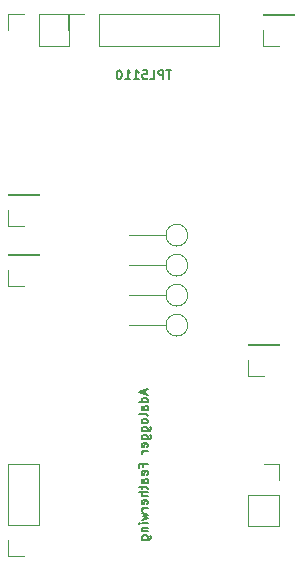
<source format=gbr>
G04 #@! TF.GenerationSoftware,KiCad,Pcbnew,(5.0.2)-1*
G04 #@! TF.CreationDate,2020-07-01T14:38:25-04:00*
G04 #@! TF.ProjectId,PCB2,50434232-2e6b-4696-9361-645f70636258,rev?*
G04 #@! TF.SameCoordinates,Original*
G04 #@! TF.FileFunction,Legend,Bot*
G04 #@! TF.FilePolarity,Positive*
%FSLAX46Y46*%
G04 Gerber Fmt 4.6, Leading zero omitted, Abs format (unit mm)*
G04 Created by KiCad (PCBNEW (5.0.2)-1) date 7/1/2020 2:38:25 PM*
%MOMM*%
%LPD*%
G01*
G04 APERTURE LIST*
%ADD10C,0.190500*%
%ADD11C,0.120000*%
G04 APERTURE END LIST*
D10*
X129358571Y-74512714D02*
X128923142Y-74512714D01*
X129140857Y-75274714D02*
X129140857Y-74512714D01*
X128669142Y-75274714D02*
X128669142Y-74512714D01*
X128378857Y-74512714D01*
X128306285Y-74549000D01*
X128270000Y-74585285D01*
X128233714Y-74657857D01*
X128233714Y-74766714D01*
X128270000Y-74839285D01*
X128306285Y-74875571D01*
X128378857Y-74911857D01*
X128669142Y-74911857D01*
X127544285Y-75274714D02*
X127907142Y-75274714D01*
X127907142Y-74512714D01*
X126927428Y-74512714D02*
X127290285Y-74512714D01*
X127326571Y-74875571D01*
X127290285Y-74839285D01*
X127217714Y-74803000D01*
X127036285Y-74803000D01*
X126963714Y-74839285D01*
X126927428Y-74875571D01*
X126891142Y-74948142D01*
X126891142Y-75129571D01*
X126927428Y-75202142D01*
X126963714Y-75238428D01*
X127036285Y-75274714D01*
X127217714Y-75274714D01*
X127290285Y-75238428D01*
X127326571Y-75202142D01*
X126165428Y-75274714D02*
X126600857Y-75274714D01*
X126383142Y-75274714D02*
X126383142Y-74512714D01*
X126455714Y-74621571D01*
X126528285Y-74694142D01*
X126600857Y-74730428D01*
X125439714Y-75274714D02*
X125875142Y-75274714D01*
X125657428Y-75274714D02*
X125657428Y-74512714D01*
X125730000Y-74621571D01*
X125802571Y-74694142D01*
X125875142Y-74730428D01*
X124968000Y-74512714D02*
X124895428Y-74512714D01*
X124822857Y-74549000D01*
X124786571Y-74585285D01*
X124750285Y-74657857D01*
X124714000Y-74803000D01*
X124714000Y-74984428D01*
X124750285Y-75129571D01*
X124786571Y-75202142D01*
X124822857Y-75238428D01*
X124895428Y-75274714D01*
X124968000Y-75274714D01*
X125040571Y-75238428D01*
X125076857Y-75202142D01*
X125113142Y-75129571D01*
X125149428Y-74984428D01*
X125149428Y-74803000D01*
X125113142Y-74657857D01*
X125076857Y-74585285D01*
X125040571Y-74549000D01*
X124968000Y-74512714D01*
X127127000Y-101600000D02*
X127127000Y-101962857D01*
X127344714Y-101527428D02*
X126582714Y-101781428D01*
X127344714Y-102035428D01*
X127344714Y-102616000D02*
X126582714Y-102616000D01*
X127308428Y-102616000D02*
X127344714Y-102543428D01*
X127344714Y-102398285D01*
X127308428Y-102325714D01*
X127272142Y-102289428D01*
X127199571Y-102253142D01*
X126981857Y-102253142D01*
X126909285Y-102289428D01*
X126873000Y-102325714D01*
X126836714Y-102398285D01*
X126836714Y-102543428D01*
X126873000Y-102616000D01*
X127344714Y-103305428D02*
X126945571Y-103305428D01*
X126873000Y-103269142D01*
X126836714Y-103196571D01*
X126836714Y-103051428D01*
X126873000Y-102978857D01*
X127308428Y-103305428D02*
X127344714Y-103232857D01*
X127344714Y-103051428D01*
X127308428Y-102978857D01*
X127235857Y-102942571D01*
X127163285Y-102942571D01*
X127090714Y-102978857D01*
X127054428Y-103051428D01*
X127054428Y-103232857D01*
X127018142Y-103305428D01*
X127344714Y-103777142D02*
X127308428Y-103704571D01*
X127235857Y-103668285D01*
X126582714Y-103668285D01*
X127344714Y-104176285D02*
X127308428Y-104103714D01*
X127272142Y-104067428D01*
X127199571Y-104031142D01*
X126981857Y-104031142D01*
X126909285Y-104067428D01*
X126873000Y-104103714D01*
X126836714Y-104176285D01*
X126836714Y-104285142D01*
X126873000Y-104357714D01*
X126909285Y-104393999D01*
X126981857Y-104430285D01*
X127199571Y-104430285D01*
X127272142Y-104393999D01*
X127308428Y-104357714D01*
X127344714Y-104285142D01*
X127344714Y-104176285D01*
X126836714Y-105083428D02*
X127453571Y-105083428D01*
X127526142Y-105047142D01*
X127562428Y-105010857D01*
X127598714Y-104938285D01*
X127598714Y-104829428D01*
X127562428Y-104756857D01*
X127308428Y-105083428D02*
X127344714Y-105010857D01*
X127344714Y-104865714D01*
X127308428Y-104793142D01*
X127272142Y-104756857D01*
X127199571Y-104720571D01*
X126981857Y-104720571D01*
X126909285Y-104756857D01*
X126873000Y-104793142D01*
X126836714Y-104865714D01*
X126836714Y-105010857D01*
X126873000Y-105083428D01*
X126836714Y-105772857D02*
X127453571Y-105772857D01*
X127526142Y-105736571D01*
X127562428Y-105700285D01*
X127598714Y-105627714D01*
X127598714Y-105518857D01*
X127562428Y-105446285D01*
X127308428Y-105772857D02*
X127344714Y-105700285D01*
X127344714Y-105555142D01*
X127308428Y-105482571D01*
X127272142Y-105446285D01*
X127199571Y-105409999D01*
X126981857Y-105409999D01*
X126909285Y-105446285D01*
X126873000Y-105482571D01*
X126836714Y-105555142D01*
X126836714Y-105700285D01*
X126873000Y-105772857D01*
X127308428Y-106425999D02*
X127344714Y-106353428D01*
X127344714Y-106208285D01*
X127308428Y-106135714D01*
X127235857Y-106099428D01*
X126945571Y-106099428D01*
X126873000Y-106135714D01*
X126836714Y-106208285D01*
X126836714Y-106353428D01*
X126873000Y-106425999D01*
X126945571Y-106462285D01*
X127018142Y-106462285D01*
X127090714Y-106099428D01*
X127344714Y-106788857D02*
X126836714Y-106788857D01*
X126981857Y-106788857D02*
X126909285Y-106825142D01*
X126873000Y-106861428D01*
X126836714Y-106933999D01*
X126836714Y-107006571D01*
X126945571Y-108095142D02*
X126945571Y-107841142D01*
X127344714Y-107841142D02*
X126582714Y-107841142D01*
X126582714Y-108203999D01*
X127308428Y-108784571D02*
X127344714Y-108711999D01*
X127344714Y-108566857D01*
X127308428Y-108494285D01*
X127235857Y-108457999D01*
X126945571Y-108457999D01*
X126873000Y-108494285D01*
X126836714Y-108566857D01*
X126836714Y-108711999D01*
X126873000Y-108784571D01*
X126945571Y-108820857D01*
X127018142Y-108820857D01*
X127090714Y-108457999D01*
X127344714Y-109473999D02*
X126945571Y-109473999D01*
X126873000Y-109437714D01*
X126836714Y-109365142D01*
X126836714Y-109219999D01*
X126873000Y-109147428D01*
X127308428Y-109473999D02*
X127344714Y-109401428D01*
X127344714Y-109219999D01*
X127308428Y-109147428D01*
X127235857Y-109111142D01*
X127163285Y-109111142D01*
X127090714Y-109147428D01*
X127054428Y-109219999D01*
X127054428Y-109401428D01*
X127018142Y-109473999D01*
X126836714Y-109727999D02*
X126836714Y-110018285D01*
X126582714Y-109836857D02*
X127235857Y-109836857D01*
X127308428Y-109873142D01*
X127344714Y-109945714D01*
X127344714Y-110018285D01*
X127344714Y-110272285D02*
X126582714Y-110272285D01*
X127344714Y-110598857D02*
X126945571Y-110598857D01*
X126873000Y-110562571D01*
X126836714Y-110489999D01*
X126836714Y-110381142D01*
X126873000Y-110308571D01*
X126909285Y-110272285D01*
X127308428Y-111251999D02*
X127344714Y-111179428D01*
X127344714Y-111034285D01*
X127308428Y-110961714D01*
X127235857Y-110925428D01*
X126945571Y-110925428D01*
X126873000Y-110961714D01*
X126836714Y-111034285D01*
X126836714Y-111179428D01*
X126873000Y-111251999D01*
X126945571Y-111288285D01*
X127018142Y-111288285D01*
X127090714Y-110925428D01*
X127344714Y-111614857D02*
X126836714Y-111614857D01*
X126981857Y-111614857D02*
X126909285Y-111651142D01*
X126873000Y-111687428D01*
X126836714Y-111759999D01*
X126836714Y-111832571D01*
X126836714Y-112013999D02*
X127344714Y-112159142D01*
X126981857Y-112304285D01*
X127344714Y-112449428D01*
X126836714Y-112594571D01*
X127344714Y-112884857D02*
X126836714Y-112884857D01*
X126582714Y-112884857D02*
X126619000Y-112848571D01*
X126655285Y-112884857D01*
X126619000Y-112921142D01*
X126582714Y-112884857D01*
X126655285Y-112884857D01*
X126836714Y-113247714D02*
X127344714Y-113247714D01*
X126909285Y-113247714D02*
X126873000Y-113283999D01*
X126836714Y-113356571D01*
X126836714Y-113465428D01*
X126873000Y-113537999D01*
X126945571Y-113574285D01*
X127344714Y-113574285D01*
X126836714Y-114263714D02*
X127453571Y-114263714D01*
X127526142Y-114227428D01*
X127562428Y-114191142D01*
X127598714Y-114118571D01*
X127598714Y-114009714D01*
X127562428Y-113937142D01*
X127308428Y-114263714D02*
X127344714Y-114191142D01*
X127344714Y-114045999D01*
X127308428Y-113973428D01*
X127272142Y-113937142D01*
X127199571Y-113900857D01*
X126981857Y-113900857D01*
X126909285Y-113937142D01*
X126873000Y-113973428D01*
X126836714Y-114045999D01*
X126836714Y-114191142D01*
X126873000Y-114263714D01*
D11*
G04 #@! TO.C,J2*
X115510000Y-85030000D02*
X118170000Y-85030000D01*
X115510000Y-85090000D02*
X115510000Y-85030000D01*
X118170000Y-85090000D02*
X118170000Y-85030000D01*
X115510000Y-85090000D02*
X118170000Y-85090000D01*
X115510000Y-86360000D02*
X115510000Y-87690000D01*
X115510000Y-87690000D02*
X116840000Y-87690000D01*
G04 #@! TO.C,J3*
X115510000Y-92770000D02*
X116840000Y-92770000D01*
X115510000Y-91440000D02*
X115510000Y-92770000D01*
X115510000Y-90170000D02*
X118170000Y-90170000D01*
X118170000Y-90170000D02*
X118170000Y-90110000D01*
X115510000Y-90170000D02*
X115510000Y-90110000D01*
X115510000Y-90110000D02*
X118170000Y-90110000D01*
G04 #@! TO.C,J4*
X115510000Y-107890000D02*
X118170000Y-107890000D01*
X115510000Y-113030000D02*
X115510000Y-107890000D01*
X118170000Y-113030000D02*
X118170000Y-107890000D01*
X115510000Y-113030000D02*
X118170000Y-113030000D01*
X115510000Y-114300000D02*
X115510000Y-115630000D01*
X115510000Y-115630000D02*
X116840000Y-115630000D01*
G04 #@! TO.C,J13*
X137100000Y-69790000D02*
X139760000Y-69790000D01*
X137100000Y-69850000D02*
X137100000Y-69790000D01*
X139760000Y-69850000D02*
X139760000Y-69790000D01*
X137100000Y-69850000D02*
X139760000Y-69850000D01*
X137100000Y-71120000D02*
X137100000Y-72450000D01*
X137100000Y-72450000D02*
X138430000Y-72450000D01*
G04 #@! TO.C,J15*
X135830000Y-100390000D02*
X137160000Y-100390000D01*
X135830000Y-99060000D02*
X135830000Y-100390000D01*
X135830000Y-97790000D02*
X138490000Y-97790000D01*
X138490000Y-97790000D02*
X138490000Y-97730000D01*
X135830000Y-97790000D02*
X135830000Y-97730000D01*
X135830000Y-97730000D02*
X138490000Y-97730000D01*
G04 #@! TO.C,J16*
X138490000Y-107890000D02*
X137160000Y-107890000D01*
X138490000Y-109220000D02*
X138490000Y-107890000D01*
X138490000Y-110490000D02*
X135830000Y-110490000D01*
X135830000Y-110490000D02*
X135830000Y-113090000D01*
X138490000Y-110490000D02*
X138490000Y-113090000D01*
X138490000Y-113090000D02*
X135830000Y-113090000D01*
G04 #@! TO.C,J17*
X115510000Y-69790000D02*
X115510000Y-71120000D01*
X116840000Y-69790000D02*
X115510000Y-69790000D01*
X118110000Y-69790000D02*
X118110000Y-72450000D01*
X118110000Y-72450000D02*
X120710000Y-72450000D01*
X118110000Y-69790000D02*
X120710000Y-69790000D01*
X120710000Y-69790000D02*
X120710000Y-72450000D01*
G04 #@! TO.C,J18*
X133410000Y-69790000D02*
X133410000Y-72450000D01*
X123190000Y-69790000D02*
X133410000Y-69790000D01*
X123190000Y-72450000D02*
X133410000Y-72450000D01*
X123190000Y-69790000D02*
X123190000Y-72450000D01*
X121920000Y-69790000D02*
X120590000Y-69790000D01*
X120590000Y-69790000D02*
X120590000Y-71120000D01*
G04 #@! TO.C,R1*
X128891316Y-96113477D02*
X125731316Y-96113477D01*
X130731316Y-96113477D02*
G75*
G03X130731316Y-96113477I-920000J0D01*
G01*
G04 #@! TO.C,R2*
X130731316Y-93573477D02*
G75*
G03X130731316Y-93573477I-920000J0D01*
G01*
X128891316Y-93573477D02*
X125731316Y-93573477D01*
G04 #@! TO.C,R3*
X130731316Y-91033477D02*
G75*
G03X130731316Y-91033477I-920000J0D01*
G01*
X128891316Y-91033477D02*
X125731316Y-91033477D01*
G04 #@! TO.C,R4*
X128891316Y-88493477D02*
X125731316Y-88493477D01*
X130731316Y-88493477D02*
G75*
G03X130731316Y-88493477I-920000J0D01*
G01*
G04 #@! TD*
M02*

</source>
